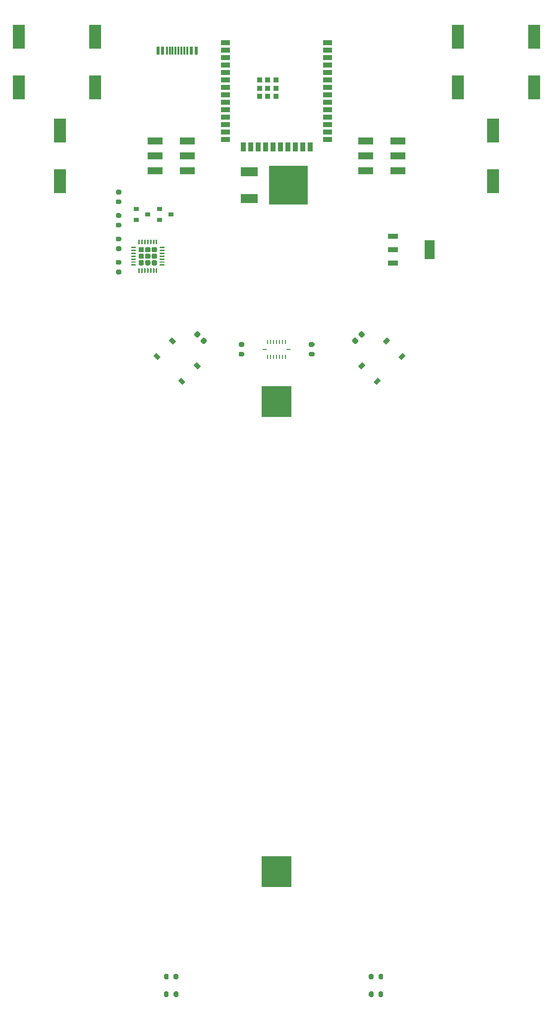
<source format=gbr>
%TF.GenerationSoftware,KiCad,Pcbnew,(5.1.9)-1*%
%TF.CreationDate,2022-05-19T12:20:12-04:00*%
%TF.ProjectId,esp32pcbbot,65737033-3270-4636-9262-6f742e6b6963,rev?*%
%TF.SameCoordinates,Original*%
%TF.FileFunction,Paste,Top*%
%TF.FilePolarity,Positive*%
%FSLAX46Y46*%
G04 Gerber Fmt 4.6, Leading zero omitted, Abs format (unit mm)*
G04 Created by KiCad (PCBNEW (5.1.9)-1) date 2022-05-19 12:20:12*
%MOMM*%
%LPD*%
G01*
G04 APERTURE LIST*
%ADD10R,3.000000X1.600000*%
%ADD11R,6.700000X6.700000*%
%ADD12R,5.120000X5.300000*%
%ADD13C,0.100000*%
%ADD14R,2.500000X1.200000*%
%ADD15R,0.675000X0.250000*%
%ADD16R,0.250000X0.675000*%
%ADD17R,2.000000X4.100000*%
%ADD18R,1.750000X3.200000*%
%ADD19R,1.750000X0.950000*%
%ADD20R,0.600000X1.450000*%
%ADD21R,0.300000X1.450000*%
%ADD22R,0.900000X0.900000*%
%ADD23R,1.500000X0.900000*%
%ADD24R,0.900000X1.500000*%
%ADD25R,0.900000X0.800000*%
G04 APERTURE END LIST*
D10*
%TO.C,VR2*%
X85350000Y-57300000D03*
D11*
X92000000Y-55000000D03*
D10*
X85350000Y-52700000D03*
%TD*%
D12*
%TO.C,U4*%
X90000000Y-172100000D03*
X90000000Y-91900000D03*
%TD*%
D13*
%TO.C,S4*%
G36*
X112065864Y-84116117D02*
G01*
X111358758Y-84823223D01*
X110828428Y-84292893D01*
X111535534Y-83585787D01*
X112065864Y-84116117D01*
G37*
G36*
X107823223Y-88358758D02*
G01*
X107116117Y-89065864D01*
X106585787Y-88535534D01*
X107292893Y-87828428D01*
X107823223Y-88358758D01*
G37*
G36*
X109414213Y-81464466D02*
G01*
X108707107Y-82171572D01*
X108176777Y-81641242D01*
X108883883Y-80934136D01*
X109414213Y-81464466D01*
G37*
G36*
X105171572Y-85707107D02*
G01*
X104464466Y-86414213D01*
X103934136Y-85883883D01*
X104641242Y-85176777D01*
X105171572Y-85707107D01*
G37*
%TD*%
%TO.C,S3*%
G36*
X73883883Y-89065864D02*
G01*
X73176777Y-88358758D01*
X73707107Y-87828428D01*
X74414213Y-88535534D01*
X73883883Y-89065864D01*
G37*
G36*
X69641242Y-84823223D02*
G01*
X68934136Y-84116117D01*
X69464466Y-83585787D01*
X70171572Y-84292893D01*
X69641242Y-84823223D01*
G37*
G36*
X76535534Y-86414213D02*
G01*
X75828428Y-85707107D01*
X76358758Y-85176777D01*
X77065864Y-85883883D01*
X76535534Y-86414213D01*
G37*
G36*
X72292893Y-82171572D02*
G01*
X71585787Y-81464466D01*
X72116117Y-80934136D01*
X72823223Y-81641242D01*
X72292893Y-82171572D01*
G37*
%TD*%
D14*
%TO.C,S2*%
X110750000Y-47500000D03*
X110750000Y-50000000D03*
X110750000Y-52500000D03*
X105250000Y-52500000D03*
X105250000Y-50000000D03*
X105250000Y-47500000D03*
%TD*%
%TO.C,S1*%
X69250000Y-52500000D03*
X69250000Y-50000000D03*
X69250000Y-47500000D03*
X74750000Y-47500000D03*
X74750000Y-50000000D03*
X74750000Y-52500000D03*
%TD*%
D15*
%TO.C,IC1*%
X92012500Y-83000000D03*
D16*
X91500000Y-81737500D03*
X91000000Y-81737500D03*
X90500000Y-81737500D03*
X90000000Y-81737500D03*
X89500000Y-81737500D03*
X89000000Y-81737500D03*
X88500000Y-81737500D03*
D15*
X87987500Y-83000000D03*
D16*
X88500000Y-84262500D03*
X89000000Y-84262500D03*
X89500000Y-84262500D03*
X90000000Y-84262500D03*
X90500000Y-84262500D03*
X91000000Y-84262500D03*
X91500000Y-84262500D03*
%TD*%
D17*
%TO.C,C8*%
X127000000Y-45650000D03*
X127000000Y-54350000D03*
%TD*%
%TO.C,C7*%
X121000000Y-29650000D03*
X121000000Y-38350000D03*
%TD*%
%TO.C,C6*%
X46000000Y-29650000D03*
X46000000Y-38350000D03*
%TD*%
%TO.C,C5*%
X59000000Y-29650000D03*
X59000000Y-38350000D03*
%TD*%
%TO.C,C4*%
X134000000Y-29650000D03*
X134000000Y-38350000D03*
%TD*%
%TO.C,C3*%
X53000000Y-45650000D03*
X53000000Y-54350000D03*
%TD*%
%TO.C,C2*%
G36*
G01*
X77053033Y-81406587D02*
X77406587Y-81053033D01*
G75*
G02*
X77724785Y-81053033I159099J-159099D01*
G01*
X78042983Y-81371231D01*
G75*
G02*
X78042983Y-81689429I-159099J-159099D01*
G01*
X77689429Y-82042983D01*
G75*
G02*
X77371231Y-82042983I-159099J159099D01*
G01*
X77053033Y-81724785D01*
G75*
G02*
X77053033Y-81406587I159099J159099D01*
G01*
G37*
G36*
G01*
X75957017Y-80310571D02*
X76310571Y-79957017D01*
G75*
G02*
X76628769Y-79957017I159099J-159099D01*
G01*
X76946967Y-80275215D01*
G75*
G02*
X76946967Y-80593413I-159099J-159099D01*
G01*
X76593413Y-80946967D01*
G75*
G02*
X76275215Y-80946967I-159099J159099D01*
G01*
X75957017Y-80628769D01*
G75*
G02*
X75957017Y-80310571I159099J159099D01*
G01*
G37*
%TD*%
%TO.C,C1*%
G36*
G01*
X104406587Y-80946967D02*
X104053033Y-80593413D01*
G75*
G02*
X104053033Y-80275215I159099J159099D01*
G01*
X104371231Y-79957017D01*
G75*
G02*
X104689429Y-79957017I159099J-159099D01*
G01*
X105042983Y-80310571D01*
G75*
G02*
X105042983Y-80628769I-159099J-159099D01*
G01*
X104724785Y-80946967D01*
G75*
G02*
X104406587Y-80946967I-159099J159099D01*
G01*
G37*
G36*
G01*
X103310571Y-82042983D02*
X102957017Y-81689429D01*
G75*
G02*
X102957017Y-81371231I159099J159099D01*
G01*
X103275215Y-81053033D01*
G75*
G02*
X103593413Y-81053033I159099J-159099D01*
G01*
X103946967Y-81406587D01*
G75*
G02*
X103946967Y-81724785I-159099J-159099D01*
G01*
X103628769Y-82042983D01*
G75*
G02*
X103310571Y-82042983I-159099J159099D01*
G01*
G37*
%TD*%
D18*
%TO.C,VR1*%
X116150000Y-66000000D03*
D19*
X109850000Y-68300000D03*
X109850000Y-66000000D03*
X109850000Y-63700000D03*
%TD*%
D20*
%TO.C,USB1*%
X69750000Y-32045000D03*
X70550000Y-32045000D03*
X75450000Y-32045000D03*
X76250000Y-32045000D03*
X76250000Y-32045000D03*
X75450000Y-32045000D03*
X70550000Y-32045000D03*
X69750000Y-32045000D03*
D21*
X74750000Y-32045000D03*
X74250000Y-32045000D03*
X73750000Y-32045000D03*
X72750000Y-32045000D03*
X72250000Y-32045000D03*
X71750000Y-32045000D03*
X71250000Y-32045000D03*
X73250000Y-32045000D03*
%TD*%
%TO.C,U2*%
G36*
G01*
X68670000Y-68465000D02*
X68670000Y-68015000D01*
G75*
G02*
X68895000Y-67790000I225000J0D01*
G01*
X69345000Y-67790000D01*
G75*
G02*
X69570000Y-68015000I0J-225000D01*
G01*
X69570000Y-68465000D01*
G75*
G02*
X69345000Y-68690000I-225000J0D01*
G01*
X68895000Y-68690000D01*
G75*
G02*
X68670000Y-68465000I0J225000D01*
G01*
G37*
G36*
G01*
X68670000Y-67345000D02*
X68670000Y-66895000D01*
G75*
G02*
X68895000Y-66670000I225000J0D01*
G01*
X69345000Y-66670000D01*
G75*
G02*
X69570000Y-66895000I0J-225000D01*
G01*
X69570000Y-67345000D01*
G75*
G02*
X69345000Y-67570000I-225000J0D01*
G01*
X68895000Y-67570000D01*
G75*
G02*
X68670000Y-67345000I0J225000D01*
G01*
G37*
G36*
G01*
X68670000Y-66225000D02*
X68670000Y-65775000D01*
G75*
G02*
X68895000Y-65550000I225000J0D01*
G01*
X69345000Y-65550000D01*
G75*
G02*
X69570000Y-65775000I0J-225000D01*
G01*
X69570000Y-66225000D01*
G75*
G02*
X69345000Y-66450000I-225000J0D01*
G01*
X68895000Y-66450000D01*
G75*
G02*
X68670000Y-66225000I0J225000D01*
G01*
G37*
G36*
G01*
X67550000Y-68465000D02*
X67550000Y-68015000D01*
G75*
G02*
X67775000Y-67790000I225000J0D01*
G01*
X68225000Y-67790000D01*
G75*
G02*
X68450000Y-68015000I0J-225000D01*
G01*
X68450000Y-68465000D01*
G75*
G02*
X68225000Y-68690000I-225000J0D01*
G01*
X67775000Y-68690000D01*
G75*
G02*
X67550000Y-68465000I0J225000D01*
G01*
G37*
G36*
G01*
X67550000Y-67345000D02*
X67550000Y-66895000D01*
G75*
G02*
X67775000Y-66670000I225000J0D01*
G01*
X68225000Y-66670000D01*
G75*
G02*
X68450000Y-66895000I0J-225000D01*
G01*
X68450000Y-67345000D01*
G75*
G02*
X68225000Y-67570000I-225000J0D01*
G01*
X67775000Y-67570000D01*
G75*
G02*
X67550000Y-67345000I0J225000D01*
G01*
G37*
G36*
G01*
X67550000Y-66225000D02*
X67550000Y-65775000D01*
G75*
G02*
X67775000Y-65550000I225000J0D01*
G01*
X68225000Y-65550000D01*
G75*
G02*
X68450000Y-65775000I0J-225000D01*
G01*
X68450000Y-66225000D01*
G75*
G02*
X68225000Y-66450000I-225000J0D01*
G01*
X67775000Y-66450000D01*
G75*
G02*
X67550000Y-66225000I0J225000D01*
G01*
G37*
G36*
G01*
X66430000Y-68465000D02*
X66430000Y-68015000D01*
G75*
G02*
X66655000Y-67790000I225000J0D01*
G01*
X67105000Y-67790000D01*
G75*
G02*
X67330000Y-68015000I0J-225000D01*
G01*
X67330000Y-68465000D01*
G75*
G02*
X67105000Y-68690000I-225000J0D01*
G01*
X66655000Y-68690000D01*
G75*
G02*
X66430000Y-68465000I0J225000D01*
G01*
G37*
G36*
G01*
X66430000Y-67345000D02*
X66430000Y-66895000D01*
G75*
G02*
X66655000Y-66670000I225000J0D01*
G01*
X67105000Y-66670000D01*
G75*
G02*
X67330000Y-66895000I0J-225000D01*
G01*
X67330000Y-67345000D01*
G75*
G02*
X67105000Y-67570000I-225000J0D01*
G01*
X66655000Y-67570000D01*
G75*
G02*
X66430000Y-67345000I0J225000D01*
G01*
G37*
G36*
G01*
X66430000Y-66225000D02*
X66430000Y-65775000D01*
G75*
G02*
X66655000Y-65550000I225000J0D01*
G01*
X67105000Y-65550000D01*
G75*
G02*
X67330000Y-65775000I0J-225000D01*
G01*
X67330000Y-66225000D01*
G75*
G02*
X67105000Y-66450000I-225000J0D01*
G01*
X66655000Y-66450000D01*
G75*
G02*
X66430000Y-66225000I0J225000D01*
G01*
G37*
G36*
G01*
X66375000Y-65007500D02*
X66375000Y-64332500D01*
G75*
G02*
X66437500Y-64270000I62500J0D01*
G01*
X66562500Y-64270000D01*
G75*
G02*
X66625000Y-64332500I0J-62500D01*
G01*
X66625000Y-65007500D01*
G75*
G02*
X66562500Y-65070000I-62500J0D01*
G01*
X66437500Y-65070000D01*
G75*
G02*
X66375000Y-65007500I0J62500D01*
G01*
G37*
G36*
G01*
X66875000Y-65007500D02*
X66875000Y-64332500D01*
G75*
G02*
X66937500Y-64270000I62500J0D01*
G01*
X67062500Y-64270000D01*
G75*
G02*
X67125000Y-64332500I0J-62500D01*
G01*
X67125000Y-65007500D01*
G75*
G02*
X67062500Y-65070000I-62500J0D01*
G01*
X66937500Y-65070000D01*
G75*
G02*
X66875000Y-65007500I0J62500D01*
G01*
G37*
G36*
G01*
X67375000Y-65007500D02*
X67375000Y-64332500D01*
G75*
G02*
X67437500Y-64270000I62500J0D01*
G01*
X67562500Y-64270000D01*
G75*
G02*
X67625000Y-64332500I0J-62500D01*
G01*
X67625000Y-65007500D01*
G75*
G02*
X67562500Y-65070000I-62500J0D01*
G01*
X67437500Y-65070000D01*
G75*
G02*
X67375000Y-65007500I0J62500D01*
G01*
G37*
G36*
G01*
X67875000Y-65007500D02*
X67875000Y-64332500D01*
G75*
G02*
X67937500Y-64270000I62500J0D01*
G01*
X68062500Y-64270000D01*
G75*
G02*
X68125000Y-64332500I0J-62500D01*
G01*
X68125000Y-65007500D01*
G75*
G02*
X68062500Y-65070000I-62500J0D01*
G01*
X67937500Y-65070000D01*
G75*
G02*
X67875000Y-65007500I0J62500D01*
G01*
G37*
G36*
G01*
X68375000Y-65007500D02*
X68375000Y-64332500D01*
G75*
G02*
X68437500Y-64270000I62500J0D01*
G01*
X68562500Y-64270000D01*
G75*
G02*
X68625000Y-64332500I0J-62500D01*
G01*
X68625000Y-65007500D01*
G75*
G02*
X68562500Y-65070000I-62500J0D01*
G01*
X68437500Y-65070000D01*
G75*
G02*
X68375000Y-65007500I0J62500D01*
G01*
G37*
G36*
G01*
X68875000Y-65007500D02*
X68875000Y-64332500D01*
G75*
G02*
X68937500Y-64270000I62500J0D01*
G01*
X69062500Y-64270000D01*
G75*
G02*
X69125000Y-64332500I0J-62500D01*
G01*
X69125000Y-65007500D01*
G75*
G02*
X69062500Y-65070000I-62500J0D01*
G01*
X68937500Y-65070000D01*
G75*
G02*
X68875000Y-65007500I0J62500D01*
G01*
G37*
G36*
G01*
X69375000Y-65007500D02*
X69375000Y-64332500D01*
G75*
G02*
X69437500Y-64270000I62500J0D01*
G01*
X69562500Y-64270000D01*
G75*
G02*
X69625000Y-64332500I0J-62500D01*
G01*
X69625000Y-65007500D01*
G75*
G02*
X69562500Y-65070000I-62500J0D01*
G01*
X69437500Y-65070000D01*
G75*
G02*
X69375000Y-65007500I0J62500D01*
G01*
G37*
G36*
G01*
X70050000Y-65682500D02*
X70050000Y-65557500D01*
G75*
G02*
X70112500Y-65495000I62500J0D01*
G01*
X70787500Y-65495000D01*
G75*
G02*
X70850000Y-65557500I0J-62500D01*
G01*
X70850000Y-65682500D01*
G75*
G02*
X70787500Y-65745000I-62500J0D01*
G01*
X70112500Y-65745000D01*
G75*
G02*
X70050000Y-65682500I0J62500D01*
G01*
G37*
G36*
G01*
X70050000Y-66182500D02*
X70050000Y-66057500D01*
G75*
G02*
X70112500Y-65995000I62500J0D01*
G01*
X70787500Y-65995000D01*
G75*
G02*
X70850000Y-66057500I0J-62500D01*
G01*
X70850000Y-66182500D01*
G75*
G02*
X70787500Y-66245000I-62500J0D01*
G01*
X70112500Y-66245000D01*
G75*
G02*
X70050000Y-66182500I0J62500D01*
G01*
G37*
G36*
G01*
X70050000Y-66682500D02*
X70050000Y-66557500D01*
G75*
G02*
X70112500Y-66495000I62500J0D01*
G01*
X70787500Y-66495000D01*
G75*
G02*
X70850000Y-66557500I0J-62500D01*
G01*
X70850000Y-66682500D01*
G75*
G02*
X70787500Y-66745000I-62500J0D01*
G01*
X70112500Y-66745000D01*
G75*
G02*
X70050000Y-66682500I0J62500D01*
G01*
G37*
G36*
G01*
X70050000Y-67182500D02*
X70050000Y-67057500D01*
G75*
G02*
X70112500Y-66995000I62500J0D01*
G01*
X70787500Y-66995000D01*
G75*
G02*
X70850000Y-67057500I0J-62500D01*
G01*
X70850000Y-67182500D01*
G75*
G02*
X70787500Y-67245000I-62500J0D01*
G01*
X70112500Y-67245000D01*
G75*
G02*
X70050000Y-67182500I0J62500D01*
G01*
G37*
G36*
G01*
X70050000Y-67682500D02*
X70050000Y-67557500D01*
G75*
G02*
X70112500Y-67495000I62500J0D01*
G01*
X70787500Y-67495000D01*
G75*
G02*
X70850000Y-67557500I0J-62500D01*
G01*
X70850000Y-67682500D01*
G75*
G02*
X70787500Y-67745000I-62500J0D01*
G01*
X70112500Y-67745000D01*
G75*
G02*
X70050000Y-67682500I0J62500D01*
G01*
G37*
G36*
G01*
X70050000Y-68182500D02*
X70050000Y-68057500D01*
G75*
G02*
X70112500Y-67995000I62500J0D01*
G01*
X70787500Y-67995000D01*
G75*
G02*
X70850000Y-68057500I0J-62500D01*
G01*
X70850000Y-68182500D01*
G75*
G02*
X70787500Y-68245000I-62500J0D01*
G01*
X70112500Y-68245000D01*
G75*
G02*
X70050000Y-68182500I0J62500D01*
G01*
G37*
G36*
G01*
X70050000Y-68682500D02*
X70050000Y-68557500D01*
G75*
G02*
X70112500Y-68495000I62500J0D01*
G01*
X70787500Y-68495000D01*
G75*
G02*
X70850000Y-68557500I0J-62500D01*
G01*
X70850000Y-68682500D01*
G75*
G02*
X70787500Y-68745000I-62500J0D01*
G01*
X70112500Y-68745000D01*
G75*
G02*
X70050000Y-68682500I0J62500D01*
G01*
G37*
G36*
G01*
X69375000Y-69907500D02*
X69375000Y-69232500D01*
G75*
G02*
X69437500Y-69170000I62500J0D01*
G01*
X69562500Y-69170000D01*
G75*
G02*
X69625000Y-69232500I0J-62500D01*
G01*
X69625000Y-69907500D01*
G75*
G02*
X69562500Y-69970000I-62500J0D01*
G01*
X69437500Y-69970000D01*
G75*
G02*
X69375000Y-69907500I0J62500D01*
G01*
G37*
G36*
G01*
X68875000Y-69907500D02*
X68875000Y-69232500D01*
G75*
G02*
X68937500Y-69170000I62500J0D01*
G01*
X69062500Y-69170000D01*
G75*
G02*
X69125000Y-69232500I0J-62500D01*
G01*
X69125000Y-69907500D01*
G75*
G02*
X69062500Y-69970000I-62500J0D01*
G01*
X68937500Y-69970000D01*
G75*
G02*
X68875000Y-69907500I0J62500D01*
G01*
G37*
G36*
G01*
X68375000Y-69907500D02*
X68375000Y-69232500D01*
G75*
G02*
X68437500Y-69170000I62500J0D01*
G01*
X68562500Y-69170000D01*
G75*
G02*
X68625000Y-69232500I0J-62500D01*
G01*
X68625000Y-69907500D01*
G75*
G02*
X68562500Y-69970000I-62500J0D01*
G01*
X68437500Y-69970000D01*
G75*
G02*
X68375000Y-69907500I0J62500D01*
G01*
G37*
G36*
G01*
X67875000Y-69907500D02*
X67875000Y-69232500D01*
G75*
G02*
X67937500Y-69170000I62500J0D01*
G01*
X68062500Y-69170000D01*
G75*
G02*
X68125000Y-69232500I0J-62500D01*
G01*
X68125000Y-69907500D01*
G75*
G02*
X68062500Y-69970000I-62500J0D01*
G01*
X67937500Y-69970000D01*
G75*
G02*
X67875000Y-69907500I0J62500D01*
G01*
G37*
G36*
G01*
X67375000Y-69907500D02*
X67375000Y-69232500D01*
G75*
G02*
X67437500Y-69170000I62500J0D01*
G01*
X67562500Y-69170000D01*
G75*
G02*
X67625000Y-69232500I0J-62500D01*
G01*
X67625000Y-69907500D01*
G75*
G02*
X67562500Y-69970000I-62500J0D01*
G01*
X67437500Y-69970000D01*
G75*
G02*
X67375000Y-69907500I0J62500D01*
G01*
G37*
G36*
G01*
X66875000Y-69907500D02*
X66875000Y-69232500D01*
G75*
G02*
X66937500Y-69170000I62500J0D01*
G01*
X67062500Y-69170000D01*
G75*
G02*
X67125000Y-69232500I0J-62500D01*
G01*
X67125000Y-69907500D01*
G75*
G02*
X67062500Y-69970000I-62500J0D01*
G01*
X66937500Y-69970000D01*
G75*
G02*
X66875000Y-69907500I0J62500D01*
G01*
G37*
G36*
G01*
X66375000Y-69907500D02*
X66375000Y-69232500D01*
G75*
G02*
X66437500Y-69170000I62500J0D01*
G01*
X66562500Y-69170000D01*
G75*
G02*
X66625000Y-69232500I0J-62500D01*
G01*
X66625000Y-69907500D01*
G75*
G02*
X66562500Y-69970000I-62500J0D01*
G01*
X66437500Y-69970000D01*
G75*
G02*
X66375000Y-69907500I0J62500D01*
G01*
G37*
G36*
G01*
X65150000Y-68682500D02*
X65150000Y-68557500D01*
G75*
G02*
X65212500Y-68495000I62500J0D01*
G01*
X65887500Y-68495000D01*
G75*
G02*
X65950000Y-68557500I0J-62500D01*
G01*
X65950000Y-68682500D01*
G75*
G02*
X65887500Y-68745000I-62500J0D01*
G01*
X65212500Y-68745000D01*
G75*
G02*
X65150000Y-68682500I0J62500D01*
G01*
G37*
G36*
G01*
X65150000Y-68182500D02*
X65150000Y-68057500D01*
G75*
G02*
X65212500Y-67995000I62500J0D01*
G01*
X65887500Y-67995000D01*
G75*
G02*
X65950000Y-68057500I0J-62500D01*
G01*
X65950000Y-68182500D01*
G75*
G02*
X65887500Y-68245000I-62500J0D01*
G01*
X65212500Y-68245000D01*
G75*
G02*
X65150000Y-68182500I0J62500D01*
G01*
G37*
G36*
G01*
X65150000Y-67682500D02*
X65150000Y-67557500D01*
G75*
G02*
X65212500Y-67495000I62500J0D01*
G01*
X65887500Y-67495000D01*
G75*
G02*
X65950000Y-67557500I0J-62500D01*
G01*
X65950000Y-67682500D01*
G75*
G02*
X65887500Y-67745000I-62500J0D01*
G01*
X65212500Y-67745000D01*
G75*
G02*
X65150000Y-67682500I0J62500D01*
G01*
G37*
G36*
G01*
X65150000Y-67182500D02*
X65150000Y-67057500D01*
G75*
G02*
X65212500Y-66995000I62500J0D01*
G01*
X65887500Y-66995000D01*
G75*
G02*
X65950000Y-67057500I0J-62500D01*
G01*
X65950000Y-67182500D01*
G75*
G02*
X65887500Y-67245000I-62500J0D01*
G01*
X65212500Y-67245000D01*
G75*
G02*
X65150000Y-67182500I0J62500D01*
G01*
G37*
G36*
G01*
X65150000Y-66682500D02*
X65150000Y-66557500D01*
G75*
G02*
X65212500Y-66495000I62500J0D01*
G01*
X65887500Y-66495000D01*
G75*
G02*
X65950000Y-66557500I0J-62500D01*
G01*
X65950000Y-66682500D01*
G75*
G02*
X65887500Y-66745000I-62500J0D01*
G01*
X65212500Y-66745000D01*
G75*
G02*
X65150000Y-66682500I0J62500D01*
G01*
G37*
G36*
G01*
X65150000Y-66182500D02*
X65150000Y-66057500D01*
G75*
G02*
X65212500Y-65995000I62500J0D01*
G01*
X65887500Y-65995000D01*
G75*
G02*
X65950000Y-66057500I0J-62500D01*
G01*
X65950000Y-66182500D01*
G75*
G02*
X65887500Y-66245000I-62500J0D01*
G01*
X65212500Y-66245000D01*
G75*
G02*
X65150000Y-66182500I0J62500D01*
G01*
G37*
G36*
G01*
X65150000Y-65682500D02*
X65150000Y-65557500D01*
G75*
G02*
X65212500Y-65495000I62500J0D01*
G01*
X65887500Y-65495000D01*
G75*
G02*
X65950000Y-65557500I0J-62500D01*
G01*
X65950000Y-65682500D01*
G75*
G02*
X65887500Y-65745000I-62500J0D01*
G01*
X65212500Y-65745000D01*
G75*
G02*
X65150000Y-65682500I0J62500D01*
G01*
G37*
%TD*%
D22*
%TO.C,U1*%
X87100000Y-39860000D03*
X87100000Y-38460000D03*
X87100000Y-37060000D03*
X88500000Y-37060000D03*
X89900000Y-37060000D03*
X89900000Y-38460000D03*
X89900000Y-39860000D03*
X88500000Y-39860000D03*
X88500000Y-38460000D03*
D23*
X98750000Y-30740000D03*
X98750000Y-32010000D03*
X98750000Y-33280000D03*
X98750000Y-34550000D03*
X98750000Y-35820000D03*
X98750000Y-37090000D03*
X98750000Y-38360000D03*
X98750000Y-39630000D03*
X98750000Y-40900000D03*
X98750000Y-42170000D03*
X98750000Y-43440000D03*
X98750000Y-44710000D03*
X98750000Y-45980000D03*
X98750000Y-47250000D03*
D24*
X95720000Y-48500000D03*
X94450000Y-48500000D03*
X93180000Y-48500000D03*
X91910000Y-48500000D03*
X90640000Y-48500000D03*
X89370000Y-48500000D03*
X88100000Y-48500000D03*
X86830000Y-48500000D03*
X85560000Y-48500000D03*
X84290000Y-48500000D03*
D23*
X81250000Y-47250000D03*
X81250000Y-45980000D03*
X81250000Y-44710000D03*
X81250000Y-43440000D03*
X81250000Y-42170000D03*
X81250000Y-40900000D03*
X81250000Y-39630000D03*
X81250000Y-38360000D03*
X81250000Y-37090000D03*
X81250000Y-35820000D03*
X81250000Y-34550000D03*
X81250000Y-33280000D03*
X81250000Y-32010000D03*
X81250000Y-30740000D03*
%TD*%
%TO.C,R10*%
G36*
G01*
X107425000Y-190275000D02*
X107425000Y-189725000D01*
G75*
G02*
X107625000Y-189525000I200000J0D01*
G01*
X108025000Y-189525000D01*
G75*
G02*
X108225000Y-189725000I0J-200000D01*
G01*
X108225000Y-190275000D01*
G75*
G02*
X108025000Y-190475000I-200000J0D01*
G01*
X107625000Y-190475000D01*
G75*
G02*
X107425000Y-190275000I0J200000D01*
G01*
G37*
G36*
G01*
X105775000Y-190275000D02*
X105775000Y-189725000D01*
G75*
G02*
X105975000Y-189525000I200000J0D01*
G01*
X106375000Y-189525000D01*
G75*
G02*
X106575000Y-189725000I0J-200000D01*
G01*
X106575000Y-190275000D01*
G75*
G02*
X106375000Y-190475000I-200000J0D01*
G01*
X105975000Y-190475000D01*
G75*
G02*
X105775000Y-190275000I0J200000D01*
G01*
G37*
%TD*%
%TO.C,R9*%
G36*
G01*
X107425000Y-193275000D02*
X107425000Y-192725000D01*
G75*
G02*
X107625000Y-192525000I200000J0D01*
G01*
X108025000Y-192525000D01*
G75*
G02*
X108225000Y-192725000I0J-200000D01*
G01*
X108225000Y-193275000D01*
G75*
G02*
X108025000Y-193475000I-200000J0D01*
G01*
X107625000Y-193475000D01*
G75*
G02*
X107425000Y-193275000I0J200000D01*
G01*
G37*
G36*
G01*
X105775000Y-193275000D02*
X105775000Y-192725000D01*
G75*
G02*
X105975000Y-192525000I200000J0D01*
G01*
X106375000Y-192525000D01*
G75*
G02*
X106575000Y-192725000I0J-200000D01*
G01*
X106575000Y-193275000D01*
G75*
G02*
X106375000Y-193475000I-200000J0D01*
G01*
X105975000Y-193475000D01*
G75*
G02*
X105775000Y-193275000I0J200000D01*
G01*
G37*
%TD*%
%TO.C,R8*%
G36*
G01*
X72425000Y-190275000D02*
X72425000Y-189725000D01*
G75*
G02*
X72625000Y-189525000I200000J0D01*
G01*
X73025000Y-189525000D01*
G75*
G02*
X73225000Y-189725000I0J-200000D01*
G01*
X73225000Y-190275000D01*
G75*
G02*
X73025000Y-190475000I-200000J0D01*
G01*
X72625000Y-190475000D01*
G75*
G02*
X72425000Y-190275000I0J200000D01*
G01*
G37*
G36*
G01*
X70775000Y-190275000D02*
X70775000Y-189725000D01*
G75*
G02*
X70975000Y-189525000I200000J0D01*
G01*
X71375000Y-189525000D01*
G75*
G02*
X71575000Y-189725000I0J-200000D01*
G01*
X71575000Y-190275000D01*
G75*
G02*
X71375000Y-190475000I-200000J0D01*
G01*
X70975000Y-190475000D01*
G75*
G02*
X70775000Y-190275000I0J200000D01*
G01*
G37*
%TD*%
%TO.C,R7*%
G36*
G01*
X72425000Y-193275000D02*
X72425000Y-192725000D01*
G75*
G02*
X72625000Y-192525000I200000J0D01*
G01*
X73025000Y-192525000D01*
G75*
G02*
X73225000Y-192725000I0J-200000D01*
G01*
X73225000Y-193275000D01*
G75*
G02*
X73025000Y-193475000I-200000J0D01*
G01*
X72625000Y-193475000D01*
G75*
G02*
X72425000Y-193275000I0J200000D01*
G01*
G37*
G36*
G01*
X70775000Y-193275000D02*
X70775000Y-192725000D01*
G75*
G02*
X70975000Y-192525000I200000J0D01*
G01*
X71375000Y-192525000D01*
G75*
G02*
X71575000Y-192725000I0J-200000D01*
G01*
X71575000Y-193275000D01*
G75*
G02*
X71375000Y-193475000I-200000J0D01*
G01*
X70975000Y-193475000D01*
G75*
G02*
X70775000Y-193275000I0J200000D01*
G01*
G37*
%TD*%
%TO.C,R6*%
G36*
G01*
X96275000Y-82575000D02*
X95725000Y-82575000D01*
G75*
G02*
X95525000Y-82375000I0J200000D01*
G01*
X95525000Y-81975000D01*
G75*
G02*
X95725000Y-81775000I200000J0D01*
G01*
X96275000Y-81775000D01*
G75*
G02*
X96475000Y-81975000I0J-200000D01*
G01*
X96475000Y-82375000D01*
G75*
G02*
X96275000Y-82575000I-200000J0D01*
G01*
G37*
G36*
G01*
X96275000Y-84225000D02*
X95725000Y-84225000D01*
G75*
G02*
X95525000Y-84025000I0J200000D01*
G01*
X95525000Y-83625000D01*
G75*
G02*
X95725000Y-83425000I200000J0D01*
G01*
X96275000Y-83425000D01*
G75*
G02*
X96475000Y-83625000I0J-200000D01*
G01*
X96475000Y-84025000D01*
G75*
G02*
X96275000Y-84225000I-200000J0D01*
G01*
G37*
%TD*%
%TO.C,R5*%
G36*
G01*
X83725000Y-83425000D02*
X84275000Y-83425000D01*
G75*
G02*
X84475000Y-83625000I0J-200000D01*
G01*
X84475000Y-84025000D01*
G75*
G02*
X84275000Y-84225000I-200000J0D01*
G01*
X83725000Y-84225000D01*
G75*
G02*
X83525000Y-84025000I0J200000D01*
G01*
X83525000Y-83625000D01*
G75*
G02*
X83725000Y-83425000I200000J0D01*
G01*
G37*
G36*
G01*
X83725000Y-81775000D02*
X84275000Y-81775000D01*
G75*
G02*
X84475000Y-81975000I0J-200000D01*
G01*
X84475000Y-82375000D01*
G75*
G02*
X84275000Y-82575000I-200000J0D01*
G01*
X83725000Y-82575000D01*
G75*
G02*
X83525000Y-82375000I0J200000D01*
G01*
X83525000Y-81975000D01*
G75*
G02*
X83725000Y-81775000I200000J0D01*
G01*
G37*
%TD*%
%TO.C,R4*%
G36*
G01*
X62725000Y-57425000D02*
X63275000Y-57425000D01*
G75*
G02*
X63475000Y-57625000I0J-200000D01*
G01*
X63475000Y-58025000D01*
G75*
G02*
X63275000Y-58225000I-200000J0D01*
G01*
X62725000Y-58225000D01*
G75*
G02*
X62525000Y-58025000I0J200000D01*
G01*
X62525000Y-57625000D01*
G75*
G02*
X62725000Y-57425000I200000J0D01*
G01*
G37*
G36*
G01*
X62725000Y-55775000D02*
X63275000Y-55775000D01*
G75*
G02*
X63475000Y-55975000I0J-200000D01*
G01*
X63475000Y-56375000D01*
G75*
G02*
X63275000Y-56575000I-200000J0D01*
G01*
X62725000Y-56575000D01*
G75*
G02*
X62525000Y-56375000I0J200000D01*
G01*
X62525000Y-55975000D01*
G75*
G02*
X62725000Y-55775000I200000J0D01*
G01*
G37*
%TD*%
%TO.C,R3*%
G36*
G01*
X62725000Y-61425000D02*
X63275000Y-61425000D01*
G75*
G02*
X63475000Y-61625000I0J-200000D01*
G01*
X63475000Y-62025000D01*
G75*
G02*
X63275000Y-62225000I-200000J0D01*
G01*
X62725000Y-62225000D01*
G75*
G02*
X62525000Y-62025000I0J200000D01*
G01*
X62525000Y-61625000D01*
G75*
G02*
X62725000Y-61425000I200000J0D01*
G01*
G37*
G36*
G01*
X62725000Y-59775000D02*
X63275000Y-59775000D01*
G75*
G02*
X63475000Y-59975000I0J-200000D01*
G01*
X63475000Y-60375000D01*
G75*
G02*
X63275000Y-60575000I-200000J0D01*
G01*
X62725000Y-60575000D01*
G75*
G02*
X62525000Y-60375000I0J200000D01*
G01*
X62525000Y-59975000D01*
G75*
G02*
X62725000Y-59775000I200000J0D01*
G01*
G37*
%TD*%
%TO.C,R2*%
G36*
G01*
X62725000Y-65425000D02*
X63275000Y-65425000D01*
G75*
G02*
X63475000Y-65625000I0J-200000D01*
G01*
X63475000Y-66025000D01*
G75*
G02*
X63275000Y-66225000I-200000J0D01*
G01*
X62725000Y-66225000D01*
G75*
G02*
X62525000Y-66025000I0J200000D01*
G01*
X62525000Y-65625000D01*
G75*
G02*
X62725000Y-65425000I200000J0D01*
G01*
G37*
G36*
G01*
X62725000Y-63775000D02*
X63275000Y-63775000D01*
G75*
G02*
X63475000Y-63975000I0J-200000D01*
G01*
X63475000Y-64375000D01*
G75*
G02*
X63275000Y-64575000I-200000J0D01*
G01*
X62725000Y-64575000D01*
G75*
G02*
X62525000Y-64375000I0J200000D01*
G01*
X62525000Y-63975000D01*
G75*
G02*
X62725000Y-63775000I200000J0D01*
G01*
G37*
%TD*%
%TO.C,R1*%
G36*
G01*
X62725000Y-69425000D02*
X63275000Y-69425000D01*
G75*
G02*
X63475000Y-69625000I0J-200000D01*
G01*
X63475000Y-70025000D01*
G75*
G02*
X63275000Y-70225000I-200000J0D01*
G01*
X62725000Y-70225000D01*
G75*
G02*
X62525000Y-70025000I0J200000D01*
G01*
X62525000Y-69625000D01*
G75*
G02*
X62725000Y-69425000I200000J0D01*
G01*
G37*
G36*
G01*
X62725000Y-67775000D02*
X63275000Y-67775000D01*
G75*
G02*
X63475000Y-67975000I0J-200000D01*
G01*
X63475000Y-68375000D01*
G75*
G02*
X63275000Y-68575000I-200000J0D01*
G01*
X62725000Y-68575000D01*
G75*
G02*
X62525000Y-68375000I0J200000D01*
G01*
X62525000Y-67975000D01*
G75*
G02*
X62725000Y-67775000I200000J0D01*
G01*
G37*
%TD*%
D25*
%TO.C,Q2*%
X68000000Y-60000000D03*
X66000000Y-60950000D03*
X66000000Y-59050000D03*
%TD*%
%TO.C,Q1*%
X72000000Y-60000000D03*
X70000000Y-60950000D03*
X70000000Y-59050000D03*
%TD*%
M02*

</source>
